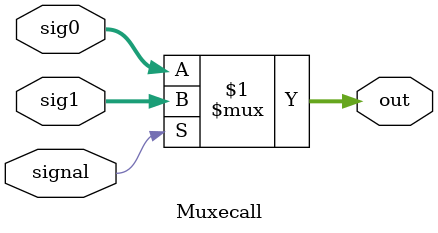
<source format=v>
module Muxecall(signal, 
sig1, 
sig0, 
out
);
input signal;
input [4:0] sig1, sig0;
output [4:0] out;

assign out = (signal)? sig1 : sig0 ;

endmodule

</source>
